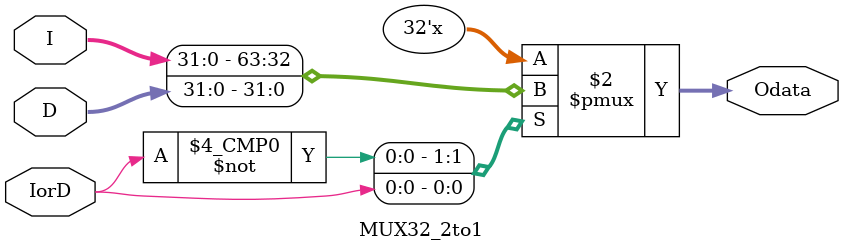
<source format=v>
`timescale 1ns / 1ps


module MUX32_2to1(
input IorD,
input [31:0] I,
input [31:0] D,
output reg [31:0] Odata
    );
    always@(*)
    begin
        case(IorD)
        1'b0:Odata=I;
        1'b1:Odata=D;
        endcase
    end
endmodule
</source>
